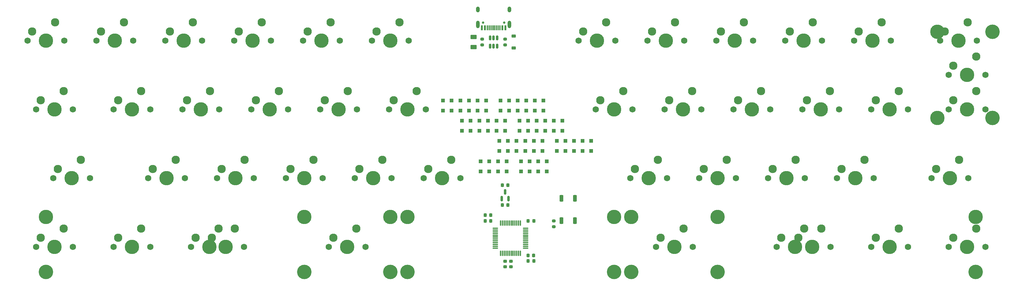
<source format=gbr>
%TF.GenerationSoftware,KiCad,Pcbnew,(7.0.0)*%
%TF.CreationDate,2024-02-05T18:27:13+01:00*%
%TF.ProjectId,the expanse,74686520-6578-4706-916e-73652e6b6963,rev?*%
%TF.SameCoordinates,Original*%
%TF.FileFunction,Soldermask,Bot*%
%TF.FilePolarity,Negative*%
%FSLAX46Y46*%
G04 Gerber Fmt 4.6, Leading zero omitted, Abs format (unit mm)*
G04 Created by KiCad (PCBNEW (7.0.0)) date 2024-02-05 18:27:13*
%MOMM*%
%LPD*%
G01*
G04 APERTURE LIST*
G04 Aperture macros list*
%AMRoundRect*
0 Rectangle with rounded corners*
0 $1 Rounding radius*
0 $2 $3 $4 $5 $6 $7 $8 $9 X,Y pos of 4 corners*
0 Add a 4 corners polygon primitive as box body*
4,1,4,$2,$3,$4,$5,$6,$7,$8,$9,$2,$3,0*
0 Add four circle primitives for the rounded corners*
1,1,$1+$1,$2,$3*
1,1,$1+$1,$4,$5*
1,1,$1+$1,$6,$7*
1,1,$1+$1,$8,$9*
0 Add four rect primitives between the rounded corners*
20,1,$1+$1,$2,$3,$4,$5,0*
20,1,$1+$1,$4,$5,$6,$7,0*
20,1,$1+$1,$6,$7,$8,$9,0*
20,1,$1+$1,$8,$9,$2,$3,0*%
G04 Aperture macros list end*
%ADD10C,1.750000*%
%ADD11C,3.987800*%
%ADD12C,2.300000*%
%ADD13C,4.000000*%
%ADD14RoundRect,0.250000X0.300000X-0.300000X0.300000X0.300000X-0.300000X0.300000X-0.300000X-0.300000X0*%
%ADD15RoundRect,0.250000X-0.300000X0.300000X-0.300000X-0.300000X0.300000X-0.300000X0.300000X0.300000X0*%
%ADD16RoundRect,0.225000X0.225000X0.250000X-0.225000X0.250000X-0.225000X-0.250000X0.225000X-0.250000X0*%
%ADD17C,0.650000*%
%ADD18R,0.600000X1.450000*%
%ADD19R,0.300000X1.450000*%
%ADD20O,1.000000X1.600000*%
%ADD21O,1.000000X2.100000*%
%ADD22RoundRect,0.150000X0.150000X-0.512500X0.150000X0.512500X-0.150000X0.512500X-0.150000X-0.512500X0*%
%ADD23RoundRect,0.200000X0.275000X-0.200000X0.275000X0.200000X-0.275000X0.200000X-0.275000X-0.200000X0*%
%ADD24RoundRect,0.225000X-0.250000X0.225000X-0.250000X-0.225000X0.250000X-0.225000X0.250000X0.225000X0*%
%ADD25RoundRect,0.250000X-0.625000X0.375000X-0.625000X-0.375000X0.625000X-0.375000X0.625000X0.375000X0*%
%ADD26RoundRect,0.225000X0.375000X-0.225000X0.375000X0.225000X-0.375000X0.225000X-0.375000X-0.225000X0*%
%ADD27RoundRect,0.200000X-0.275000X0.200000X-0.275000X-0.200000X0.275000X-0.200000X0.275000X0.200000X0*%
%ADD28RoundRect,0.275000X0.275000X-0.625000X0.275000X0.625000X-0.275000X0.625000X-0.275000X-0.625000X0*%
%ADD29RoundRect,0.225000X-0.225000X-0.250000X0.225000X-0.250000X0.225000X0.250000X-0.225000X0.250000X0*%
%ADD30RoundRect,0.075000X0.075000X-0.662500X0.075000X0.662500X-0.075000X0.662500X-0.075000X-0.662500X0*%
%ADD31RoundRect,0.075000X0.662500X-0.075000X0.662500X0.075000X-0.662500X0.075000X-0.662500X-0.075000X0*%
%ADD32RoundRect,0.150000X0.150000X-0.587500X0.150000X0.587500X-0.150000X0.587500X-0.150000X-0.587500X0*%
G04 APERTURE END LIST*
D10*
%TO.C,MX8*%
X191770000Y-25400000D03*
D11*
X196850000Y-25400000D03*
D10*
X201930000Y-25400000D03*
D12*
X193040000Y-22860000D03*
X199390000Y-20320000D03*
%TD*%
D10*
%TO.C,MX26*%
X53657500Y-63500000D03*
D11*
X58737500Y-63500000D03*
D10*
X63817500Y-63500000D03*
D12*
X54927500Y-60960000D03*
X61277500Y-58420000D03*
%TD*%
D10*
%TO.C,MX6*%
X115570000Y-25400000D03*
D11*
X120650000Y-25400000D03*
D10*
X125730000Y-25400000D03*
D12*
X116840000Y-22860000D03*
X123190000Y-20320000D03*
%TD*%
D10*
%TO.C,MX19*%
X177482500Y-44450000D03*
D11*
X182562500Y-44450000D03*
D10*
X187642500Y-44450000D03*
D12*
X178752500Y-41910000D03*
X185102500Y-39370000D03*
%TD*%
D10*
%TO.C,MX31*%
X187007500Y-63500000D03*
D11*
X192087500Y-63500000D03*
D10*
X197167500Y-63500000D03*
D12*
X188277500Y-60960000D03*
X194627500Y-58420000D03*
%TD*%
D10*
%TO.C,MX40*%
X65563750Y-82550000D03*
D11*
X70643750Y-82550000D03*
D10*
X75723750Y-82550000D03*
D12*
X66833750Y-80010000D03*
X73183750Y-77470000D03*
%TD*%
D10*
%TO.C,MX16*%
X82232500Y-44450000D03*
D11*
X87312500Y-44450000D03*
D10*
X92392500Y-44450000D03*
D12*
X83502500Y-41910000D03*
X89852500Y-39370000D03*
%TD*%
D10*
%TO.C,MX34*%
X244157500Y-63500000D03*
D11*
X249237500Y-63500000D03*
D10*
X254317500Y-63500000D03*
D12*
X245427500Y-60960000D03*
X251777500Y-58420000D03*
%TD*%
D10*
%TO.C,MX46*%
X275113750Y-34925000D03*
D11*
X280193750Y-34925000D03*
D10*
X285273750Y-34925000D03*
D12*
X276383750Y-32385000D03*
X282733750Y-29845000D03*
%TD*%
D10*
%TO.C,MX44*%
X253682500Y-82550000D03*
D11*
X258762500Y-82550000D03*
D10*
X263842500Y-82550000D03*
D12*
X254952500Y-80010000D03*
X261302500Y-77470000D03*
%TD*%
D10*
%TO.C,MX23*%
X253682500Y-44450000D03*
D11*
X258762500Y-44450000D03*
D10*
X263842500Y-44450000D03*
D12*
X254952500Y-41910000D03*
X261302500Y-39370000D03*
%TD*%
D10*
%TO.C,MX33*%
X225107500Y-63500000D03*
D11*
X230187500Y-63500000D03*
D10*
X235267500Y-63500000D03*
D12*
X226377500Y-60960000D03*
X232727500Y-58420000D03*
%TD*%
D10*
%TO.C,MX18*%
X120332500Y-44450000D03*
D11*
X125412500Y-44450000D03*
D10*
X130492500Y-44450000D03*
D12*
X121602500Y-41910000D03*
X127952500Y-39370000D03*
%TD*%
D10*
%TO.C,MX11*%
X248920000Y-25400000D03*
D11*
X254000000Y-25400000D03*
D10*
X259080000Y-25400000D03*
D12*
X250190000Y-22860000D03*
X256540000Y-20320000D03*
%TD*%
D10*
%TO.C,MX13*%
X22701250Y-44450000D03*
D11*
X27781250Y-44450000D03*
D10*
X32861250Y-44450000D03*
D12*
X23971250Y-41910000D03*
X30321250Y-39370000D03*
%TD*%
D10*
%TO.C,MX27*%
X72707500Y-63500000D03*
D11*
X77787500Y-63500000D03*
D10*
X82867500Y-63500000D03*
D12*
X73977500Y-60960000D03*
X80327500Y-58420000D03*
%TD*%
D10*
%TO.C,MX3*%
X58420000Y-25400000D03*
D11*
X63500000Y-25400000D03*
D10*
X68580000Y-25400000D03*
D12*
X59690000Y-22860000D03*
X66040000Y-20320000D03*
%TD*%
D11*
%TO.C,S5*%
X271938750Y-23018750D03*
X271938750Y-46831250D03*
D13*
X287178750Y-23018750D03*
X287178750Y-46831250D03*
%TD*%
D10*
%TO.C,MX15*%
X63182500Y-44450000D03*
D11*
X68262500Y-44450000D03*
D10*
X73342500Y-44450000D03*
D12*
X64452500Y-41910000D03*
X70802500Y-39370000D03*
%TD*%
D13*
%TO.C,S4*%
X211137500Y-89535000D03*
D11*
X211137500Y-74295000D03*
D13*
X187325000Y-89535000D03*
D11*
X187325000Y-74295000D03*
%TD*%
D10*
%TO.C,MX17*%
X101282500Y-44450000D03*
D11*
X106362500Y-44450000D03*
D10*
X111442500Y-44450000D03*
D12*
X102552500Y-41910000D03*
X108902500Y-39370000D03*
%TD*%
D10*
%TO.C,MX38*%
X22701250Y-82550000D03*
D11*
X27781250Y-82550000D03*
D10*
X32861250Y-82550000D03*
D12*
X23971250Y-80010000D03*
X30321250Y-77470000D03*
%TD*%
D10*
%TO.C,MX14*%
X44132500Y-44450000D03*
D11*
X49212500Y-44450000D03*
D10*
X54292500Y-44450000D03*
D12*
X45402500Y-41910000D03*
X51752500Y-39370000D03*
%TD*%
D10*
%TO.C,MX28*%
X91757500Y-63500000D03*
D11*
X96837500Y-63500000D03*
D10*
X101917500Y-63500000D03*
D12*
X93027500Y-60960000D03*
X99377500Y-58420000D03*
%TD*%
D10*
%TO.C,MX37*%
X227488750Y-82550000D03*
D11*
X232568750Y-82550000D03*
D10*
X237648750Y-82550000D03*
D12*
X228758750Y-80010000D03*
X235108750Y-77470000D03*
%TD*%
D10*
%TO.C,MX1*%
X20320000Y-25400000D03*
D11*
X25400000Y-25400000D03*
D10*
X30480000Y-25400000D03*
D12*
X21590000Y-22860000D03*
X27940000Y-20320000D03*
%TD*%
D13*
%TO.C,S3*%
X120650000Y-89535000D03*
D11*
X120650000Y-74295000D03*
D13*
X96837500Y-89535000D03*
D11*
X96837500Y-74295000D03*
%TD*%
D10*
%TO.C,MX43*%
X232251250Y-82550000D03*
D11*
X237331250Y-82550000D03*
D10*
X242411250Y-82550000D03*
D12*
X233521250Y-80010000D03*
X239871250Y-77470000D03*
%TD*%
D10*
%TO.C,MX4*%
X77470000Y-25400000D03*
D11*
X82550000Y-25400000D03*
D10*
X87630000Y-25400000D03*
D12*
X78740000Y-22860000D03*
X85090000Y-20320000D03*
%TD*%
D13*
%TO.C,S2*%
X282575000Y-89535000D03*
D11*
X282575000Y-74295000D03*
D13*
X182562500Y-89535000D03*
D11*
X182562500Y-74295000D03*
%TD*%
D10*
%TO.C,MX42*%
X194151250Y-82550000D03*
D11*
X199231250Y-82550000D03*
D10*
X204311250Y-82550000D03*
D12*
X195421250Y-80010000D03*
X201771250Y-77470000D03*
%TD*%
D10*
%TO.C,MX41*%
X103663750Y-82550000D03*
D11*
X108743750Y-82550000D03*
D10*
X113823750Y-82550000D03*
D12*
X104933750Y-80010000D03*
X111283750Y-77470000D03*
%TD*%
D13*
%TO.C,S1*%
X125412500Y-89535000D03*
D11*
X125412500Y-74295000D03*
D13*
X25400000Y-89535000D03*
D11*
X25400000Y-74295000D03*
%TD*%
D10*
%TO.C,MX35*%
X270351250Y-63500000D03*
D11*
X275431250Y-63500000D03*
D10*
X280511250Y-63500000D03*
D12*
X271621250Y-60960000D03*
X277971250Y-58420000D03*
%TD*%
D10*
%TO.C,MX36*%
X70008750Y-82550000D03*
D11*
X75088750Y-82550000D03*
D10*
X80168750Y-82550000D03*
D12*
X71278750Y-80010000D03*
X77628750Y-77470000D03*
%TD*%
D10*
%TO.C,MX32*%
X206057500Y-63500000D03*
D11*
X211137500Y-63500000D03*
D10*
X216217500Y-63500000D03*
D12*
X207327500Y-60960000D03*
X213677500Y-58420000D03*
%TD*%
D10*
%TO.C,MX25*%
X27463750Y-63500000D03*
D11*
X32543750Y-63500000D03*
D10*
X37623750Y-63500000D03*
D12*
X28733750Y-60960000D03*
X35083750Y-58420000D03*
%TD*%
D10*
%TO.C,MX22*%
X234632500Y-44450000D03*
D11*
X239712500Y-44450000D03*
D10*
X244792500Y-44450000D03*
D12*
X235902500Y-41910000D03*
X242252500Y-39370000D03*
%TD*%
D10*
%TO.C,MX39*%
X44132500Y-82550000D03*
D11*
X49212500Y-82550000D03*
D10*
X54292500Y-82550000D03*
D12*
X45402500Y-80010000D03*
X51752500Y-77470000D03*
%TD*%
D10*
%TO.C,MX20*%
X196532500Y-44450000D03*
D11*
X201612500Y-44450000D03*
D10*
X206692500Y-44450000D03*
D12*
X197802500Y-41910000D03*
X204152500Y-39370000D03*
%TD*%
D10*
%TO.C,MX12*%
X272732500Y-25400000D03*
D11*
X277812500Y-25400000D03*
D10*
X282892500Y-25400000D03*
D12*
X274002500Y-22860000D03*
X280352500Y-20320000D03*
%TD*%
D10*
%TO.C,MX10*%
X229870000Y-25400000D03*
D11*
X234950000Y-25400000D03*
D10*
X240030000Y-25400000D03*
D12*
X231140000Y-22860000D03*
X237490000Y-20320000D03*
%TD*%
D10*
%TO.C,MX9*%
X210820000Y-25400000D03*
D11*
X215900000Y-25400000D03*
D10*
X220980000Y-25400000D03*
D12*
X212090000Y-22860000D03*
X218440000Y-20320000D03*
%TD*%
D10*
%TO.C,MX7*%
X172720000Y-25400000D03*
D11*
X177800000Y-25400000D03*
D10*
X182880000Y-25400000D03*
D12*
X173990000Y-22860000D03*
X180340000Y-20320000D03*
%TD*%
D10*
%TO.C,MX45*%
X275113750Y-82550000D03*
D11*
X280193750Y-82550000D03*
D10*
X285273750Y-82550000D03*
D12*
X276383750Y-80010000D03*
X282733750Y-77470000D03*
%TD*%
D10*
%TO.C,MX5*%
X96520000Y-25400000D03*
D11*
X101600000Y-25400000D03*
D10*
X106680000Y-25400000D03*
D12*
X97790000Y-22860000D03*
X104140000Y-20320000D03*
%TD*%
D10*
%TO.C,MX21*%
X215582500Y-44450000D03*
D11*
X220662500Y-44450000D03*
D10*
X225742500Y-44450000D03*
D12*
X216852500Y-41910000D03*
X223202500Y-39370000D03*
%TD*%
D10*
%TO.C,MX29*%
X110807500Y-63500000D03*
D11*
X115887500Y-63500000D03*
D10*
X120967500Y-63500000D03*
D12*
X112077500Y-60960000D03*
X118427500Y-58420000D03*
%TD*%
D10*
%TO.C,MX24*%
X275113750Y-44450000D03*
D11*
X280193750Y-44450000D03*
D10*
X285273750Y-44450000D03*
D12*
X276383750Y-41910000D03*
X282733750Y-39370000D03*
%TD*%
D10*
%TO.C,MX2*%
X39370000Y-25400000D03*
D11*
X44450000Y-25400000D03*
D10*
X49530000Y-25400000D03*
D12*
X40640000Y-22860000D03*
X46990000Y-20320000D03*
%TD*%
D10*
%TO.C,MX30*%
X129857500Y-63500000D03*
D11*
X134937500Y-63500000D03*
D10*
X140017500Y-63500000D03*
D12*
X131127500Y-60960000D03*
X137477500Y-58420000D03*
%TD*%
D14*
%TO.C,D11*%
X160637500Y-44856250D03*
X160637500Y-42056250D03*
%TD*%
D15*
%TO.C,D29*%
X153193750Y-53168750D03*
X153193750Y-55968750D03*
%TD*%
D14*
%TO.C,D6*%
X147143750Y-44856250D03*
X147143750Y-42056250D03*
%TD*%
D15*
%TO.C,D31*%
X171450000Y-53168750D03*
X171450000Y-55968750D03*
%TD*%
D14*
%TO.C,D10*%
X158256250Y-44856250D03*
X158256250Y-42056250D03*
%TD*%
%TO.C,D4*%
X142381250Y-44856250D03*
X142381250Y-42056250D03*
%TD*%
%TO.C,D12*%
X163018750Y-44856250D03*
X163018750Y-42056250D03*
%TD*%
D16*
%TO.C,C8*%
X153175000Y-65487500D03*
X151625000Y-65487500D03*
%TD*%
D15*
%TO.C,D32*%
X173831250Y-53168750D03*
X173831250Y-55968750D03*
%TD*%
%TO.C,D27*%
X157956250Y-53168750D03*
X157956250Y-55968750D03*
%TD*%
D17*
%TO.C,J1*%
X146335000Y-20459375D03*
X152115000Y-20459375D03*
D18*
X145974999Y-21904374D03*
X146774999Y-21904374D03*
D19*
X147974999Y-21904374D03*
X148974999Y-21904374D03*
X149474999Y-21904374D03*
X150474999Y-21904374D03*
D18*
X151674999Y-21904374D03*
X152474999Y-21904374D03*
X152474999Y-21904374D03*
X151674999Y-21904374D03*
D19*
X150974999Y-21904374D03*
X149974999Y-21904374D03*
X148474999Y-21904374D03*
X147474999Y-21904374D03*
D18*
X146774999Y-21904374D03*
X145974999Y-21904374D03*
D20*
X144904999Y-16809374D03*
D21*
X144904999Y-20989374D03*
D20*
X153544999Y-16809374D03*
D21*
X153544999Y-20989374D03*
%TD*%
D22*
%TO.C,U2*%
X150175000Y-26934375D03*
X149225000Y-26934375D03*
X148275000Y-26934375D03*
X148275000Y-24659375D03*
X149225000Y-24659375D03*
X150175000Y-24659375D03*
%TD*%
D15*
%TO.C,D26*%
X160337500Y-53168750D03*
X160337500Y-55968750D03*
%TD*%
D14*
%TO.C,D9*%
X155875000Y-44856250D03*
X155875000Y-42056250D03*
%TD*%
D15*
%TO.C,D18*%
X140493750Y-47612500D03*
X140493750Y-50412500D03*
%TD*%
D23*
%TO.C,R1*%
X165893750Y-77025000D03*
X165893750Y-75375000D03*
%TD*%
D16*
%TO.C,C1*%
X148431250Y-75406250D03*
X146881250Y-75406250D03*
%TD*%
D24*
%TO.C,C7*%
X153987500Y-86537500D03*
X153987500Y-88087500D03*
%TD*%
D15*
%TO.C,D15*%
X147637500Y-47612500D03*
X147637500Y-50412500D03*
%TD*%
%TO.C,D13*%
X152400000Y-47612500D03*
X152400000Y-50412500D03*
%TD*%
%TO.C,D14*%
X150018750Y-47612500D03*
X150018750Y-50412500D03*
%TD*%
%TO.C,D43*%
X163912500Y-58912500D03*
X163912500Y-61712500D03*
%TD*%
%TO.C,D30*%
X155575000Y-53168750D03*
X155575000Y-55968750D03*
%TD*%
D25*
%TO.C,F1*%
X143668750Y-24396875D03*
X143668750Y-27196875D03*
%TD*%
D14*
%TO.C,D5*%
X144762500Y-44856250D03*
X144762500Y-42056250D03*
%TD*%
D15*
%TO.C,D24*%
X163512500Y-47612500D03*
X163512500Y-50412500D03*
%TD*%
%TO.C,D25*%
X162718750Y-53168750D03*
X162718750Y-55968750D03*
%TD*%
%TO.C,D19*%
X156368750Y-47612500D03*
X156368750Y-50412500D03*
%TD*%
%TO.C,D28*%
X150812500Y-53168750D03*
X150812500Y-55968750D03*
%TD*%
D26*
%TO.C,D_PWR1*%
X154781250Y-27446875D03*
X154781250Y-24146875D03*
%TD*%
D15*
%TO.C,D33*%
X176212500Y-53168750D03*
X176212500Y-55968750D03*
%TD*%
D27*
%TO.C,R2*%
X146050000Y-24971875D03*
X146050000Y-26621875D03*
%TD*%
D15*
%TO.C,D38*%
X150418750Y-58912500D03*
X150418750Y-61712500D03*
%TD*%
%TO.C,D37*%
X148037500Y-58912500D03*
X148037500Y-61712500D03*
%TD*%
%TO.C,D21*%
X161131250Y-47612500D03*
X161131250Y-50412500D03*
%TD*%
%TO.C,D35*%
X166687500Y-53168750D03*
X166687500Y-55968750D03*
%TD*%
D16*
%TO.C,C9*%
X153175000Y-71026250D03*
X151625000Y-71026250D03*
%TD*%
D15*
%TO.C,D36*%
X145656250Y-58912500D03*
X145656250Y-61712500D03*
%TD*%
D14*
%TO.C,D3*%
X140000000Y-44856250D03*
X140000000Y-42056250D03*
%TD*%
D15*
%TO.C,D40*%
X156768750Y-58912500D03*
X156768750Y-61712500D03*
%TD*%
D28*
%TO.C,SW1*%
X171712500Y-75331250D03*
X171712500Y-69131250D03*
X168012500Y-75331250D03*
X168012500Y-69131250D03*
%TD*%
D15*
%TO.C,D16*%
X145256250Y-47612500D03*
X145256250Y-50412500D03*
%TD*%
D14*
%TO.C,D2*%
X137618750Y-44856250D03*
X137618750Y-42056250D03*
%TD*%
D15*
%TO.C,D41*%
X159150000Y-58912500D03*
X159150000Y-61712500D03*
%TD*%
%TO.C,D39*%
X152800000Y-58912500D03*
X152800000Y-61712500D03*
%TD*%
D14*
%TO.C,D1*%
X135237500Y-44856250D03*
X135237500Y-42056250D03*
%TD*%
D27*
%TO.C,R3*%
X152400000Y-24971875D03*
X152400000Y-26621875D03*
%TD*%
D15*
%TO.C,D42*%
X161531250Y-58912500D03*
X161531250Y-61712500D03*
%TD*%
D29*
%TO.C,C5*%
X158750000Y-84931250D03*
X160300000Y-84931250D03*
%TD*%
D15*
%TO.C,D34*%
X169068750Y-53168750D03*
X169068750Y-55968750D03*
%TD*%
D30*
%TO.C,U1*%
X156637500Y-84331250D03*
X156137500Y-84331250D03*
X155637500Y-84331250D03*
X155137500Y-84331250D03*
X154637500Y-84331250D03*
X154137500Y-84331250D03*
X153637500Y-84331250D03*
X153137500Y-84331250D03*
X152637500Y-84331250D03*
X152137500Y-84331250D03*
X151637500Y-84331250D03*
X151137500Y-84331250D03*
D31*
X149725000Y-82918750D03*
X149725000Y-82418750D03*
X149725000Y-81918750D03*
X149725000Y-81418750D03*
X149725000Y-80918750D03*
X149725000Y-80418750D03*
X149725000Y-79918750D03*
X149725000Y-79418750D03*
X149725000Y-78918750D03*
X149725000Y-78418750D03*
X149725000Y-77918750D03*
X149725000Y-77418750D03*
D30*
X151137500Y-76006250D03*
X151637500Y-76006250D03*
X152137500Y-76006250D03*
X152637500Y-76006250D03*
X153137500Y-76006250D03*
X153637500Y-76006250D03*
X154137500Y-76006250D03*
X154637500Y-76006250D03*
X155137500Y-76006250D03*
X155637500Y-76006250D03*
X156137500Y-76006250D03*
X156637500Y-76006250D03*
D31*
X158050000Y-77418750D03*
X158050000Y-77918750D03*
X158050000Y-78418750D03*
X158050000Y-78918750D03*
X158050000Y-79418750D03*
X158050000Y-79918750D03*
X158050000Y-80418750D03*
X158050000Y-80918750D03*
X158050000Y-81418750D03*
X158050000Y-81918750D03*
X158050000Y-82418750D03*
X158050000Y-82918750D03*
%TD*%
D14*
%TO.C,D8*%
X153493750Y-44856250D03*
X153493750Y-42056250D03*
%TD*%
%TO.C,D7*%
X151112500Y-44856250D03*
X151112500Y-42056250D03*
%TD*%
D15*
%TO.C,D20*%
X158750000Y-47612500D03*
X158750000Y-50412500D03*
%TD*%
%TO.C,D23*%
X165893750Y-47612500D03*
X165893750Y-50412500D03*
%TD*%
D29*
%TO.C,C3*%
X158768750Y-86518750D03*
X160318750Y-86518750D03*
%TD*%
D15*
%TO.C,D22*%
X168275000Y-47612500D03*
X168275000Y-50412500D03*
%TD*%
D24*
%TO.C,C2*%
X152400000Y-86537500D03*
X152400000Y-88087500D03*
%TD*%
D16*
%TO.C,C6*%
X148412500Y-73818750D03*
X146862500Y-73818750D03*
%TD*%
D29*
%TO.C,C4*%
X158768750Y-75406250D03*
X160318750Y-75406250D03*
%TD*%
D32*
%TO.C,U3*%
X153350000Y-69200000D03*
X151450000Y-69200000D03*
X152400000Y-67325000D03*
%TD*%
D15*
%TO.C,D17*%
X142875000Y-47612500D03*
X142875000Y-50412500D03*
%TD*%
M02*

</source>
